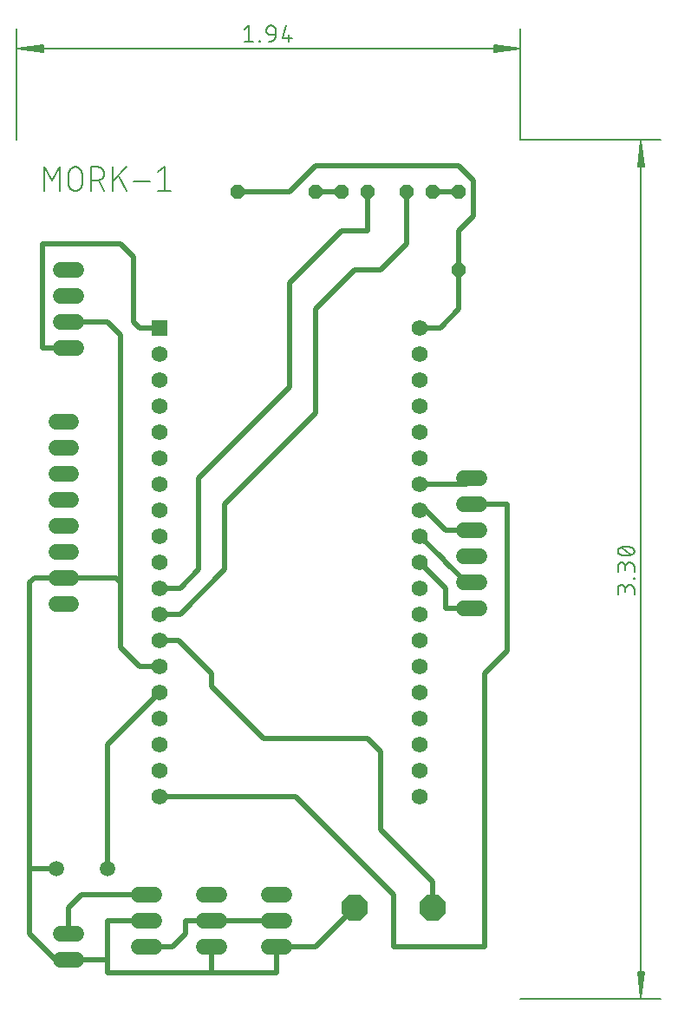
<source format=gbr>
G04 EAGLE Gerber RS-274X export*
G75*
%MOMM*%
%FSLAX34Y34*%
%LPD*%
%INTop Copper*%
%IPPOS*%
%AMOC8*
5,1,8,0,0,1.08239X$1,22.5*%
G01*
%ADD10C,0.130000*%
%ADD11C,0.152400*%
%ADD12C,0.203200*%
%ADD13R,1.560000X1.560000*%
%ADD14C,1.560000*%
%ADD15C,1.524000*%
%ADD16C,1.508000*%
%ADD17P,2.749271X8X22.500000*%
%ADD18P,1.429621X8X202.500000*%
%ADD19P,1.429621X8X22.500000*%
%ADD20P,1.429621X8X112.500000*%
%ADD21C,1.508000*%
%ADD22C,0.508000*%


D10*
X292100Y711100D02*
X292100Y819600D01*
X784100Y819600D02*
X784100Y711100D01*
X783450Y800100D02*
X292750Y800100D01*
X318100Y803292D01*
X318100Y796908D01*
X292750Y800100D01*
X318100Y801400D01*
X318100Y798800D02*
X292750Y800100D01*
X318100Y802700D01*
X318100Y797500D02*
X292750Y800100D01*
X758100Y803292D02*
X783450Y800100D01*
X758100Y803292D02*
X758100Y796908D01*
X783450Y800100D01*
X758100Y801400D01*
X758100Y798800D02*
X783450Y800100D01*
X758100Y802700D01*
X758100Y797500D02*
X783450Y800100D01*
D11*
X518564Y822863D02*
X514048Y819251D01*
X518564Y822863D02*
X518564Y806607D01*
X523079Y806607D02*
X514048Y806607D01*
X529054Y806607D02*
X529054Y807510D01*
X529957Y807510D01*
X529957Y806607D01*
X529054Y806607D01*
X539544Y813832D02*
X544963Y813832D01*
X539544Y813832D02*
X539426Y813834D01*
X539308Y813840D01*
X539190Y813849D01*
X539073Y813863D01*
X538956Y813880D01*
X538839Y813901D01*
X538724Y813926D01*
X538609Y813955D01*
X538495Y813988D01*
X538383Y814024D01*
X538272Y814064D01*
X538162Y814107D01*
X538053Y814154D01*
X537946Y814204D01*
X537841Y814259D01*
X537738Y814316D01*
X537637Y814377D01*
X537537Y814441D01*
X537440Y814508D01*
X537345Y814578D01*
X537253Y814652D01*
X537162Y814728D01*
X537075Y814808D01*
X536990Y814890D01*
X536908Y814975D01*
X536828Y815062D01*
X536752Y815153D01*
X536678Y815245D01*
X536608Y815340D01*
X536541Y815437D01*
X536477Y815537D01*
X536416Y815638D01*
X536359Y815741D01*
X536304Y815846D01*
X536254Y815953D01*
X536207Y816062D01*
X536164Y816172D01*
X536124Y816283D01*
X536088Y816395D01*
X536055Y816509D01*
X536026Y816624D01*
X536001Y816739D01*
X535980Y816856D01*
X535963Y816973D01*
X535949Y817090D01*
X535940Y817208D01*
X535934Y817326D01*
X535932Y817444D01*
X535932Y818347D01*
X535931Y818347D02*
X535933Y818480D01*
X535939Y818612D01*
X535949Y818744D01*
X535962Y818876D01*
X535980Y819008D01*
X536001Y819138D01*
X536026Y819269D01*
X536055Y819398D01*
X536088Y819526D01*
X536124Y819654D01*
X536164Y819780D01*
X536208Y819905D01*
X536256Y820029D01*
X536307Y820151D01*
X536362Y820272D01*
X536420Y820391D01*
X536482Y820509D01*
X536547Y820624D01*
X536616Y820738D01*
X536687Y820849D01*
X536763Y820958D01*
X536841Y821065D01*
X536922Y821170D01*
X537007Y821272D01*
X537094Y821372D01*
X537184Y821469D01*
X537277Y821564D01*
X537373Y821655D01*
X537471Y821744D01*
X537572Y821830D01*
X537676Y821913D01*
X537782Y821993D01*
X537890Y822069D01*
X538000Y822143D01*
X538113Y822213D01*
X538227Y822280D01*
X538344Y822343D01*
X538462Y822403D01*
X538582Y822460D01*
X538704Y822513D01*
X538827Y822562D01*
X538951Y822608D01*
X539077Y822650D01*
X539204Y822688D01*
X539332Y822723D01*
X539461Y822754D01*
X539590Y822781D01*
X539721Y822804D01*
X539852Y822824D01*
X539984Y822839D01*
X540116Y822851D01*
X540248Y822859D01*
X540381Y822863D01*
X540513Y822863D01*
X540646Y822859D01*
X540778Y822851D01*
X540910Y822839D01*
X541042Y822824D01*
X541173Y822804D01*
X541304Y822781D01*
X541433Y822754D01*
X541562Y822723D01*
X541690Y822688D01*
X541817Y822650D01*
X541943Y822608D01*
X542067Y822562D01*
X542190Y822513D01*
X542312Y822460D01*
X542432Y822403D01*
X542550Y822343D01*
X542667Y822280D01*
X542781Y822213D01*
X542894Y822143D01*
X543004Y822069D01*
X543112Y821993D01*
X543218Y821913D01*
X543322Y821830D01*
X543423Y821744D01*
X543521Y821655D01*
X543617Y821564D01*
X543710Y821469D01*
X543800Y821372D01*
X543887Y821272D01*
X543972Y821170D01*
X544053Y821065D01*
X544131Y820958D01*
X544207Y820849D01*
X544278Y820738D01*
X544347Y820624D01*
X544412Y820509D01*
X544474Y820391D01*
X544532Y820272D01*
X544587Y820151D01*
X544638Y820029D01*
X544686Y819905D01*
X544730Y819780D01*
X544770Y819654D01*
X544806Y819526D01*
X544839Y819398D01*
X544868Y819269D01*
X544893Y819138D01*
X544914Y819008D01*
X544932Y818876D01*
X544945Y818744D01*
X544955Y818612D01*
X544961Y818480D01*
X544963Y818347D01*
X544963Y813832D01*
X544961Y813657D01*
X544955Y813483D01*
X544944Y813309D01*
X544929Y813135D01*
X544910Y812961D01*
X544887Y812788D01*
X544860Y812616D01*
X544828Y812444D01*
X544793Y812273D01*
X544753Y812103D01*
X544709Y811934D01*
X544661Y811766D01*
X544609Y811599D01*
X544553Y811434D01*
X544493Y811270D01*
X544430Y811107D01*
X544362Y810947D01*
X544290Y810787D01*
X544215Y810630D01*
X544135Y810474D01*
X544052Y810321D01*
X543966Y810169D01*
X543875Y810020D01*
X543781Y809873D01*
X543684Y809728D01*
X543583Y809585D01*
X543479Y809445D01*
X543371Y809308D01*
X543260Y809173D01*
X543146Y809041D01*
X543029Y808912D01*
X542908Y808785D01*
X542785Y808662D01*
X542658Y808541D01*
X542529Y808424D01*
X542397Y808310D01*
X542262Y808199D01*
X542125Y808091D01*
X541985Y807987D01*
X541842Y807886D01*
X541697Y807789D01*
X541550Y807695D01*
X541401Y807604D01*
X541249Y807518D01*
X541096Y807435D01*
X540940Y807355D01*
X540783Y807280D01*
X540623Y807208D01*
X540463Y807140D01*
X540300Y807077D01*
X540136Y807017D01*
X539971Y806961D01*
X539804Y806909D01*
X539636Y806861D01*
X539467Y806817D01*
X539297Y806777D01*
X539126Y806742D01*
X538954Y806710D01*
X538782Y806683D01*
X538609Y806660D01*
X538435Y806641D01*
X538261Y806626D01*
X538087Y806615D01*
X537913Y806609D01*
X537738Y806607D01*
X551563Y810219D02*
X555175Y822863D01*
X551563Y810219D02*
X560594Y810219D01*
X557885Y813832D02*
X557885Y806607D01*
D10*
X784100Y711100D02*
X921200Y711100D01*
X921200Y-127000D02*
X784100Y-127000D01*
X901700Y-126350D02*
X901700Y710450D01*
X898508Y685100D01*
X904892Y685100D01*
X901700Y710450D01*
X900400Y685100D01*
X903000Y685100D02*
X901700Y710450D01*
X899100Y685100D01*
X904300Y685100D02*
X901700Y710450D01*
X898508Y-101000D02*
X901700Y-126350D01*
X898508Y-101000D02*
X904892Y-101000D01*
X901700Y-126350D01*
X900400Y-101000D01*
X903000Y-101000D02*
X901700Y-126350D01*
X899100Y-101000D01*
X904300Y-101000D02*
X901700Y-126350D01*
D11*
X895193Y267998D02*
X895193Y272514D01*
X895191Y272647D01*
X895185Y272779D01*
X895175Y272911D01*
X895162Y273043D01*
X895144Y273175D01*
X895123Y273305D01*
X895098Y273436D01*
X895069Y273565D01*
X895036Y273693D01*
X895000Y273821D01*
X894960Y273947D01*
X894916Y274072D01*
X894868Y274196D01*
X894817Y274318D01*
X894762Y274439D01*
X894704Y274558D01*
X894642Y274676D01*
X894577Y274791D01*
X894508Y274905D01*
X894437Y275016D01*
X894361Y275125D01*
X894283Y275232D01*
X894202Y275337D01*
X894117Y275439D01*
X894030Y275539D01*
X893940Y275636D01*
X893847Y275731D01*
X893751Y275822D01*
X893653Y275911D01*
X893552Y275997D01*
X893448Y276080D01*
X893342Y276160D01*
X893234Y276236D01*
X893124Y276310D01*
X893011Y276380D01*
X892897Y276447D01*
X892780Y276510D01*
X892662Y276570D01*
X892542Y276627D01*
X892420Y276680D01*
X892297Y276729D01*
X892173Y276775D01*
X892047Y276817D01*
X891920Y276855D01*
X891792Y276890D01*
X891663Y276921D01*
X891534Y276948D01*
X891403Y276971D01*
X891272Y276991D01*
X891140Y277006D01*
X891008Y277018D01*
X890876Y277026D01*
X890743Y277030D01*
X890611Y277030D01*
X890478Y277026D01*
X890346Y277018D01*
X890214Y277006D01*
X890082Y276991D01*
X889951Y276971D01*
X889820Y276948D01*
X889691Y276921D01*
X889562Y276890D01*
X889434Y276855D01*
X889307Y276817D01*
X889181Y276775D01*
X889057Y276729D01*
X888934Y276680D01*
X888812Y276627D01*
X888692Y276570D01*
X888574Y276510D01*
X888457Y276447D01*
X888343Y276380D01*
X888230Y276310D01*
X888120Y276236D01*
X888012Y276160D01*
X887906Y276080D01*
X887802Y275997D01*
X887701Y275911D01*
X887603Y275822D01*
X887507Y275731D01*
X887414Y275636D01*
X887324Y275539D01*
X887237Y275439D01*
X887152Y275337D01*
X887071Y275232D01*
X886993Y275125D01*
X886917Y275016D01*
X886846Y274905D01*
X886777Y274791D01*
X886712Y274676D01*
X886650Y274558D01*
X886592Y274439D01*
X886537Y274318D01*
X886486Y274196D01*
X886438Y274072D01*
X886394Y273947D01*
X886354Y273821D01*
X886318Y273693D01*
X886285Y273565D01*
X886256Y273436D01*
X886231Y273305D01*
X886210Y273175D01*
X886192Y273043D01*
X886179Y272911D01*
X886169Y272779D01*
X886163Y272647D01*
X886161Y272514D01*
X878937Y273417D02*
X878937Y267998D01*
X878937Y273417D02*
X878939Y273536D01*
X878945Y273656D01*
X878955Y273775D01*
X878969Y273893D01*
X878986Y274012D01*
X879008Y274129D01*
X879033Y274246D01*
X879063Y274361D01*
X879096Y274476D01*
X879133Y274590D01*
X879173Y274702D01*
X879218Y274813D01*
X879266Y274922D01*
X879317Y275030D01*
X879372Y275136D01*
X879431Y275240D01*
X879493Y275342D01*
X879558Y275442D01*
X879627Y275540D01*
X879699Y275636D01*
X879774Y275729D01*
X879851Y275819D01*
X879932Y275907D01*
X880016Y275992D01*
X880103Y276074D01*
X880192Y276154D01*
X880284Y276230D01*
X880378Y276304D01*
X880475Y276374D01*
X880573Y276441D01*
X880674Y276505D01*
X880778Y276565D01*
X880883Y276622D01*
X880990Y276675D01*
X881098Y276725D01*
X881208Y276771D01*
X881320Y276813D01*
X881433Y276852D01*
X881547Y276887D01*
X881662Y276918D01*
X881779Y276946D01*
X881896Y276969D01*
X882013Y276989D01*
X882132Y277005D01*
X882251Y277017D01*
X882370Y277025D01*
X882489Y277029D01*
X882609Y277029D01*
X882728Y277025D01*
X882847Y277017D01*
X882966Y277005D01*
X883085Y276989D01*
X883202Y276969D01*
X883319Y276946D01*
X883436Y276918D01*
X883551Y276887D01*
X883665Y276852D01*
X883778Y276813D01*
X883890Y276771D01*
X884000Y276725D01*
X884108Y276675D01*
X884215Y276622D01*
X884320Y276565D01*
X884424Y276505D01*
X884525Y276441D01*
X884623Y276374D01*
X884720Y276304D01*
X884814Y276230D01*
X884906Y276154D01*
X884995Y276074D01*
X885082Y275992D01*
X885166Y275907D01*
X885247Y275819D01*
X885324Y275729D01*
X885399Y275636D01*
X885471Y275540D01*
X885540Y275442D01*
X885605Y275342D01*
X885667Y275240D01*
X885726Y275136D01*
X885781Y275030D01*
X885832Y274922D01*
X885880Y274813D01*
X885925Y274702D01*
X885965Y274590D01*
X886002Y274476D01*
X886035Y274361D01*
X886065Y274246D01*
X886090Y274129D01*
X886112Y274012D01*
X886129Y273893D01*
X886143Y273775D01*
X886153Y273656D01*
X886159Y273536D01*
X886161Y273417D01*
X886162Y273417D02*
X886162Y269804D01*
X894290Y283004D02*
X895193Y283004D01*
X894290Y283004D02*
X894290Y283907D01*
X895193Y283907D01*
X895193Y283004D01*
X895193Y289882D02*
X895193Y294397D01*
X895191Y294530D01*
X895185Y294662D01*
X895175Y294794D01*
X895162Y294926D01*
X895144Y295058D01*
X895123Y295188D01*
X895098Y295319D01*
X895069Y295448D01*
X895036Y295576D01*
X895000Y295704D01*
X894960Y295830D01*
X894916Y295955D01*
X894868Y296079D01*
X894817Y296201D01*
X894762Y296322D01*
X894704Y296441D01*
X894642Y296559D01*
X894577Y296674D01*
X894508Y296788D01*
X894437Y296899D01*
X894361Y297008D01*
X894283Y297115D01*
X894202Y297220D01*
X894117Y297322D01*
X894030Y297422D01*
X893940Y297519D01*
X893847Y297614D01*
X893751Y297705D01*
X893653Y297794D01*
X893552Y297880D01*
X893448Y297963D01*
X893342Y298043D01*
X893234Y298119D01*
X893124Y298193D01*
X893011Y298263D01*
X892897Y298330D01*
X892780Y298393D01*
X892662Y298453D01*
X892542Y298510D01*
X892420Y298563D01*
X892297Y298612D01*
X892173Y298658D01*
X892047Y298700D01*
X891920Y298738D01*
X891792Y298773D01*
X891663Y298804D01*
X891534Y298831D01*
X891403Y298854D01*
X891272Y298874D01*
X891140Y298889D01*
X891008Y298901D01*
X890876Y298909D01*
X890743Y298913D01*
X890611Y298913D01*
X890478Y298909D01*
X890346Y298901D01*
X890214Y298889D01*
X890082Y298874D01*
X889951Y298854D01*
X889820Y298831D01*
X889691Y298804D01*
X889562Y298773D01*
X889434Y298738D01*
X889307Y298700D01*
X889181Y298658D01*
X889057Y298612D01*
X888934Y298563D01*
X888812Y298510D01*
X888692Y298453D01*
X888574Y298393D01*
X888457Y298330D01*
X888343Y298263D01*
X888230Y298193D01*
X888120Y298119D01*
X888012Y298043D01*
X887906Y297963D01*
X887802Y297880D01*
X887701Y297794D01*
X887603Y297705D01*
X887507Y297614D01*
X887414Y297519D01*
X887324Y297422D01*
X887237Y297322D01*
X887152Y297220D01*
X887071Y297115D01*
X886993Y297008D01*
X886917Y296899D01*
X886846Y296788D01*
X886777Y296674D01*
X886712Y296559D01*
X886650Y296441D01*
X886592Y296322D01*
X886537Y296201D01*
X886486Y296079D01*
X886438Y295955D01*
X886394Y295830D01*
X886354Y295704D01*
X886318Y295576D01*
X886285Y295448D01*
X886256Y295319D01*
X886231Y295188D01*
X886210Y295058D01*
X886192Y294926D01*
X886179Y294794D01*
X886169Y294662D01*
X886163Y294530D01*
X886161Y294397D01*
X878937Y295300D02*
X878937Y289882D01*
X878937Y295300D02*
X878939Y295419D01*
X878945Y295539D01*
X878955Y295658D01*
X878969Y295776D01*
X878986Y295895D01*
X879008Y296012D01*
X879033Y296129D01*
X879063Y296244D01*
X879096Y296359D01*
X879133Y296473D01*
X879173Y296585D01*
X879218Y296696D01*
X879266Y296805D01*
X879317Y296913D01*
X879372Y297019D01*
X879431Y297123D01*
X879493Y297225D01*
X879558Y297325D01*
X879627Y297423D01*
X879699Y297519D01*
X879774Y297612D01*
X879851Y297702D01*
X879932Y297790D01*
X880016Y297875D01*
X880103Y297957D01*
X880192Y298037D01*
X880284Y298113D01*
X880378Y298187D01*
X880475Y298257D01*
X880573Y298324D01*
X880674Y298388D01*
X880778Y298448D01*
X880883Y298505D01*
X880990Y298558D01*
X881098Y298608D01*
X881208Y298654D01*
X881320Y298696D01*
X881433Y298735D01*
X881547Y298770D01*
X881662Y298801D01*
X881779Y298829D01*
X881896Y298852D01*
X882013Y298872D01*
X882132Y298888D01*
X882251Y298900D01*
X882370Y298908D01*
X882489Y298912D01*
X882609Y298912D01*
X882728Y298908D01*
X882847Y298900D01*
X882966Y298888D01*
X883085Y298872D01*
X883202Y298852D01*
X883319Y298829D01*
X883436Y298801D01*
X883551Y298770D01*
X883665Y298735D01*
X883778Y298696D01*
X883890Y298654D01*
X884000Y298608D01*
X884108Y298558D01*
X884215Y298505D01*
X884320Y298448D01*
X884424Y298388D01*
X884525Y298324D01*
X884623Y298257D01*
X884720Y298187D01*
X884814Y298113D01*
X884906Y298037D01*
X884995Y297957D01*
X885082Y297875D01*
X885166Y297790D01*
X885247Y297702D01*
X885324Y297612D01*
X885399Y297519D01*
X885471Y297423D01*
X885540Y297325D01*
X885605Y297225D01*
X885667Y297123D01*
X885726Y297019D01*
X885781Y296913D01*
X885832Y296805D01*
X885880Y296696D01*
X885925Y296585D01*
X885965Y296473D01*
X886002Y296359D01*
X886035Y296244D01*
X886065Y296129D01*
X886090Y296012D01*
X886112Y295895D01*
X886129Y295776D01*
X886143Y295658D01*
X886153Y295539D01*
X886159Y295419D01*
X886161Y295300D01*
X886162Y295300D02*
X886162Y291688D01*
X887065Y305513D02*
X886745Y305517D01*
X886426Y305528D01*
X886106Y305547D01*
X885788Y305574D01*
X885470Y305608D01*
X885153Y305650D01*
X884837Y305700D01*
X884522Y305757D01*
X884209Y305821D01*
X883897Y305893D01*
X883587Y305972D01*
X883280Y306059D01*
X882974Y306153D01*
X882671Y306254D01*
X882370Y306363D01*
X882072Y306478D01*
X881776Y306601D01*
X881484Y306731D01*
X881195Y306868D01*
X881194Y306869D02*
X881086Y306908D01*
X880979Y306951D01*
X880874Y306997D01*
X880771Y307047D01*
X880669Y307101D01*
X880569Y307158D01*
X880471Y307219D01*
X880375Y307283D01*
X880282Y307350D01*
X880191Y307420D01*
X880102Y307494D01*
X880016Y307570D01*
X879933Y307650D01*
X879852Y307732D01*
X879774Y307817D01*
X879700Y307904D01*
X879628Y307995D01*
X879559Y308087D01*
X879494Y308182D01*
X879432Y308279D01*
X879373Y308378D01*
X879318Y308479D01*
X879267Y308582D01*
X879219Y308687D01*
X879174Y308793D01*
X879133Y308900D01*
X879096Y309009D01*
X879063Y309120D01*
X879034Y309231D01*
X879008Y309343D01*
X878986Y309456D01*
X878969Y309570D01*
X878955Y309684D01*
X878945Y309799D01*
X878939Y309914D01*
X878937Y310029D01*
X878939Y310144D01*
X878945Y310259D01*
X878955Y310374D01*
X878969Y310488D01*
X878986Y310602D01*
X879008Y310715D01*
X879034Y310827D01*
X879063Y310939D01*
X879096Y311049D01*
X879133Y311158D01*
X879174Y311266D01*
X879219Y311372D01*
X879267Y311477D01*
X879318Y311579D01*
X879374Y311681D01*
X879432Y311780D01*
X879494Y311877D01*
X879560Y311972D01*
X879628Y312064D01*
X879700Y312154D01*
X879774Y312242D01*
X879852Y312327D01*
X879933Y312409D01*
X880016Y312488D01*
X880102Y312565D01*
X880191Y312638D01*
X880282Y312709D01*
X880376Y312776D01*
X880471Y312840D01*
X880569Y312901D01*
X880669Y312958D01*
X880771Y313011D01*
X880875Y313062D01*
X880980Y313108D01*
X881087Y313151D01*
X881195Y313190D01*
X881195Y313189D02*
X881484Y313326D01*
X881776Y313456D01*
X882072Y313579D01*
X882370Y313694D01*
X882671Y313803D01*
X882974Y313904D01*
X883280Y313998D01*
X883587Y314085D01*
X883897Y314164D01*
X884209Y314236D01*
X884522Y314300D01*
X884837Y314357D01*
X885153Y314407D01*
X885470Y314449D01*
X885788Y314483D01*
X886106Y314510D01*
X886426Y314529D01*
X886745Y314540D01*
X887065Y314544D01*
X887065Y305513D02*
X887385Y305517D01*
X887704Y305528D01*
X888024Y305547D01*
X888342Y305574D01*
X888660Y305608D01*
X888977Y305650D01*
X889293Y305700D01*
X889608Y305757D01*
X889921Y305821D01*
X890233Y305893D01*
X890543Y305972D01*
X890850Y306059D01*
X891156Y306153D01*
X891459Y306254D01*
X891760Y306363D01*
X892058Y306478D01*
X892354Y306601D01*
X892646Y306731D01*
X892935Y306868D01*
X892936Y306868D02*
X893044Y306907D01*
X893151Y306950D01*
X893256Y306996D01*
X893360Y307047D01*
X893462Y307100D01*
X893562Y307157D01*
X893660Y307218D01*
X893755Y307282D01*
X893849Y307349D01*
X893940Y307420D01*
X894029Y307493D01*
X894115Y307570D01*
X894198Y307649D01*
X894279Y307731D01*
X894357Y307816D01*
X894431Y307904D01*
X894503Y307994D01*
X894572Y308087D01*
X894637Y308181D01*
X894699Y308278D01*
X894757Y308378D01*
X894813Y308479D01*
X894864Y308581D01*
X894912Y308686D01*
X894957Y308792D01*
X894998Y308900D01*
X895035Y309009D01*
X895068Y309119D01*
X895097Y309231D01*
X895123Y309343D01*
X895145Y309456D01*
X895162Y309570D01*
X895176Y309684D01*
X895186Y309799D01*
X895192Y309914D01*
X895194Y310029D01*
X892935Y313189D02*
X892646Y313326D01*
X892354Y313456D01*
X892058Y313579D01*
X891760Y313694D01*
X891459Y313803D01*
X891156Y313904D01*
X890850Y313998D01*
X890543Y314085D01*
X890233Y314164D01*
X889921Y314236D01*
X889608Y314300D01*
X889293Y314357D01*
X888977Y314407D01*
X888660Y314449D01*
X888342Y314483D01*
X888024Y314510D01*
X887704Y314529D01*
X887385Y314540D01*
X887065Y314544D01*
X892935Y313190D02*
X893043Y313151D01*
X893150Y313108D01*
X893255Y313062D01*
X893359Y313011D01*
X893461Y312958D01*
X893561Y312901D01*
X893659Y312840D01*
X893754Y312776D01*
X893848Y312709D01*
X893939Y312638D01*
X894028Y312565D01*
X894114Y312488D01*
X894197Y312409D01*
X894278Y312327D01*
X894356Y312242D01*
X894430Y312154D01*
X894502Y312064D01*
X894571Y311971D01*
X894636Y311877D01*
X894698Y311780D01*
X894756Y311680D01*
X894812Y311579D01*
X894863Y311476D01*
X894911Y311372D01*
X894956Y311266D01*
X894997Y311158D01*
X895034Y311049D01*
X895067Y310939D01*
X895096Y310827D01*
X895122Y310715D01*
X895144Y310602D01*
X895161Y310488D01*
X895175Y310374D01*
X895185Y310259D01*
X895191Y310144D01*
X895193Y310029D01*
X891581Y306416D02*
X882549Y313641D01*
D12*
X318516Y661416D02*
X318516Y684784D01*
X326305Y671802D01*
X334095Y684784D01*
X334095Y661416D01*
X342781Y667907D02*
X342781Y678293D01*
X342783Y678452D01*
X342789Y678611D01*
X342799Y678771D01*
X342812Y678929D01*
X342830Y679088D01*
X342851Y679245D01*
X342877Y679403D01*
X342906Y679559D01*
X342939Y679715D01*
X342976Y679870D01*
X343016Y680024D01*
X343061Y680177D01*
X343109Y680329D01*
X343160Y680480D01*
X343216Y680629D01*
X343275Y680777D01*
X343338Y680923D01*
X343404Y681068D01*
X343474Y681211D01*
X343547Y681353D01*
X343624Y681492D01*
X343704Y681630D01*
X343788Y681766D01*
X343875Y681899D01*
X343965Y682031D01*
X344058Y682160D01*
X344155Y682286D01*
X344254Y682411D01*
X344357Y682533D01*
X344462Y682652D01*
X344571Y682769D01*
X344682Y682883D01*
X344796Y682994D01*
X344913Y683103D01*
X345032Y683208D01*
X345154Y683311D01*
X345279Y683410D01*
X345405Y683507D01*
X345534Y683600D01*
X345666Y683690D01*
X345799Y683777D01*
X345935Y683861D01*
X346073Y683941D01*
X346212Y684018D01*
X346354Y684091D01*
X346497Y684161D01*
X346642Y684227D01*
X346788Y684290D01*
X346936Y684349D01*
X347085Y684405D01*
X347236Y684456D01*
X347388Y684504D01*
X347541Y684549D01*
X347695Y684589D01*
X347850Y684626D01*
X348006Y684659D01*
X348162Y684688D01*
X348320Y684714D01*
X348477Y684735D01*
X348636Y684753D01*
X348794Y684766D01*
X348954Y684776D01*
X349113Y684782D01*
X349272Y684784D01*
X349431Y684782D01*
X349590Y684776D01*
X349750Y684766D01*
X349908Y684753D01*
X350067Y684735D01*
X350224Y684714D01*
X350382Y684688D01*
X350538Y684659D01*
X350694Y684626D01*
X350849Y684589D01*
X351003Y684549D01*
X351156Y684504D01*
X351308Y684456D01*
X351459Y684405D01*
X351608Y684349D01*
X351756Y684290D01*
X351902Y684227D01*
X352047Y684161D01*
X352190Y684091D01*
X352332Y684018D01*
X352471Y683941D01*
X352609Y683861D01*
X352745Y683777D01*
X352878Y683690D01*
X353010Y683600D01*
X353139Y683507D01*
X353265Y683410D01*
X353390Y683311D01*
X353512Y683208D01*
X353631Y683103D01*
X353748Y682994D01*
X353862Y682883D01*
X353973Y682769D01*
X354082Y682652D01*
X354187Y682533D01*
X354290Y682411D01*
X354389Y682286D01*
X354486Y682160D01*
X354579Y682031D01*
X354669Y681899D01*
X354756Y681766D01*
X354840Y681630D01*
X354920Y681492D01*
X354997Y681353D01*
X355070Y681211D01*
X355140Y681068D01*
X355206Y680923D01*
X355269Y680777D01*
X355328Y680629D01*
X355384Y680480D01*
X355435Y680329D01*
X355483Y680177D01*
X355528Y680024D01*
X355568Y679870D01*
X355605Y679715D01*
X355638Y679559D01*
X355667Y679403D01*
X355693Y679245D01*
X355714Y679088D01*
X355732Y678929D01*
X355745Y678771D01*
X355755Y678611D01*
X355761Y678452D01*
X355763Y678293D01*
X355763Y667907D01*
X355761Y667748D01*
X355755Y667589D01*
X355745Y667429D01*
X355732Y667271D01*
X355714Y667112D01*
X355693Y666955D01*
X355667Y666797D01*
X355638Y666641D01*
X355605Y666485D01*
X355568Y666330D01*
X355528Y666176D01*
X355483Y666023D01*
X355435Y665871D01*
X355384Y665720D01*
X355328Y665571D01*
X355269Y665423D01*
X355206Y665277D01*
X355140Y665132D01*
X355070Y664989D01*
X354997Y664847D01*
X354920Y664708D01*
X354840Y664570D01*
X354756Y664434D01*
X354669Y664301D01*
X354579Y664169D01*
X354486Y664040D01*
X354389Y663914D01*
X354290Y663789D01*
X354187Y663667D01*
X354082Y663548D01*
X353973Y663431D01*
X353862Y663317D01*
X353748Y663206D01*
X353631Y663097D01*
X353512Y662992D01*
X353390Y662889D01*
X353265Y662790D01*
X353139Y662693D01*
X353010Y662600D01*
X352878Y662510D01*
X352745Y662423D01*
X352609Y662339D01*
X352471Y662259D01*
X352332Y662182D01*
X352190Y662109D01*
X352047Y662039D01*
X351902Y661973D01*
X351756Y661910D01*
X351608Y661851D01*
X351459Y661795D01*
X351308Y661744D01*
X351156Y661696D01*
X351003Y661651D01*
X350849Y661611D01*
X350694Y661574D01*
X350538Y661541D01*
X350382Y661512D01*
X350224Y661486D01*
X350067Y661465D01*
X349908Y661447D01*
X349750Y661434D01*
X349590Y661424D01*
X349431Y661418D01*
X349272Y661416D01*
X349113Y661418D01*
X348954Y661424D01*
X348794Y661434D01*
X348636Y661447D01*
X348477Y661465D01*
X348320Y661486D01*
X348162Y661512D01*
X348006Y661541D01*
X347850Y661574D01*
X347695Y661611D01*
X347541Y661651D01*
X347388Y661696D01*
X347236Y661744D01*
X347085Y661795D01*
X346936Y661851D01*
X346788Y661910D01*
X346642Y661973D01*
X346497Y662039D01*
X346354Y662109D01*
X346212Y662182D01*
X346073Y662259D01*
X345935Y662339D01*
X345799Y662423D01*
X345666Y662510D01*
X345534Y662600D01*
X345405Y662693D01*
X345279Y662790D01*
X345154Y662889D01*
X345032Y662992D01*
X344913Y663097D01*
X344796Y663206D01*
X344682Y663317D01*
X344571Y663431D01*
X344462Y663548D01*
X344357Y663667D01*
X344254Y663789D01*
X344155Y663914D01*
X344058Y664040D01*
X343965Y664169D01*
X343875Y664301D01*
X343788Y664434D01*
X343704Y664570D01*
X343624Y664708D01*
X343547Y664847D01*
X343474Y664989D01*
X343404Y665132D01*
X343338Y665277D01*
X343275Y665423D01*
X343216Y665571D01*
X343160Y665720D01*
X343109Y665871D01*
X343061Y666023D01*
X343016Y666176D01*
X342976Y666330D01*
X342939Y666485D01*
X342906Y666641D01*
X342877Y666797D01*
X342851Y666955D01*
X342830Y667112D01*
X342812Y667271D01*
X342799Y667429D01*
X342789Y667589D01*
X342783Y667748D01*
X342781Y667907D01*
X364419Y661416D02*
X364419Y684784D01*
X370910Y684784D01*
X371069Y684782D01*
X371228Y684776D01*
X371388Y684766D01*
X371546Y684753D01*
X371705Y684735D01*
X371862Y684714D01*
X372020Y684688D01*
X372176Y684659D01*
X372332Y684626D01*
X372487Y684589D01*
X372641Y684549D01*
X372794Y684504D01*
X372946Y684456D01*
X373097Y684405D01*
X373246Y684349D01*
X373394Y684290D01*
X373540Y684227D01*
X373685Y684161D01*
X373828Y684091D01*
X373970Y684018D01*
X374109Y683941D01*
X374247Y683861D01*
X374383Y683777D01*
X374516Y683690D01*
X374648Y683600D01*
X374777Y683507D01*
X374903Y683410D01*
X375028Y683311D01*
X375150Y683208D01*
X375269Y683103D01*
X375386Y682994D01*
X375500Y682883D01*
X375611Y682769D01*
X375720Y682652D01*
X375825Y682533D01*
X375928Y682411D01*
X376027Y682286D01*
X376124Y682160D01*
X376217Y682031D01*
X376307Y681899D01*
X376394Y681766D01*
X376478Y681630D01*
X376558Y681492D01*
X376635Y681353D01*
X376708Y681211D01*
X376778Y681068D01*
X376844Y680923D01*
X376907Y680777D01*
X376966Y680629D01*
X377022Y680480D01*
X377073Y680329D01*
X377121Y680177D01*
X377166Y680024D01*
X377206Y679870D01*
X377243Y679715D01*
X377276Y679559D01*
X377305Y679403D01*
X377331Y679245D01*
X377352Y679088D01*
X377370Y678929D01*
X377383Y678771D01*
X377393Y678611D01*
X377399Y678452D01*
X377401Y678293D01*
X377399Y678134D01*
X377393Y677975D01*
X377383Y677815D01*
X377370Y677657D01*
X377352Y677498D01*
X377331Y677341D01*
X377305Y677183D01*
X377276Y677027D01*
X377243Y676871D01*
X377206Y676716D01*
X377166Y676562D01*
X377121Y676409D01*
X377073Y676257D01*
X377022Y676106D01*
X376966Y675957D01*
X376907Y675809D01*
X376844Y675663D01*
X376778Y675518D01*
X376708Y675375D01*
X376635Y675233D01*
X376558Y675094D01*
X376478Y674956D01*
X376394Y674820D01*
X376307Y674687D01*
X376217Y674555D01*
X376124Y674426D01*
X376027Y674300D01*
X375928Y674175D01*
X375825Y674053D01*
X375720Y673934D01*
X375611Y673817D01*
X375500Y673703D01*
X375386Y673592D01*
X375269Y673483D01*
X375150Y673378D01*
X375028Y673275D01*
X374903Y673176D01*
X374777Y673079D01*
X374648Y672986D01*
X374516Y672896D01*
X374383Y672809D01*
X374247Y672725D01*
X374109Y672645D01*
X373970Y672568D01*
X373828Y672495D01*
X373685Y672425D01*
X373540Y672359D01*
X373394Y672296D01*
X373246Y672237D01*
X373097Y672181D01*
X372946Y672130D01*
X372794Y672082D01*
X372641Y672037D01*
X372487Y671997D01*
X372332Y671960D01*
X372176Y671927D01*
X372020Y671898D01*
X371862Y671872D01*
X371705Y671851D01*
X371546Y671833D01*
X371388Y671820D01*
X371228Y671810D01*
X371069Y671804D01*
X370910Y671802D01*
X364419Y671802D01*
X372209Y671802D02*
X377402Y661416D01*
X386078Y661416D02*
X386078Y684784D01*
X399060Y684784D02*
X386078Y670504D01*
X391271Y675696D02*
X399060Y661416D01*
X406207Y670504D02*
X421785Y670504D01*
X429776Y679591D02*
X436267Y684784D01*
X436267Y661416D01*
X429776Y661416D02*
X442758Y661416D01*
D13*
X431800Y527800D03*
D14*
X431800Y502400D03*
X431800Y70600D03*
X431800Y477000D03*
X431800Y451600D03*
X431800Y426200D03*
X431800Y400800D03*
X431800Y375400D03*
X431800Y350000D03*
X431800Y324600D03*
X431800Y299200D03*
X431800Y273800D03*
X431800Y248400D03*
X431800Y223000D03*
X431800Y197600D03*
X431800Y172200D03*
X431800Y146800D03*
X431800Y121400D03*
X431800Y96000D03*
X685800Y527800D03*
X685800Y502400D03*
X685800Y477000D03*
X685800Y451600D03*
X685800Y426200D03*
X685800Y400800D03*
X685800Y375400D03*
X685800Y350000D03*
X685800Y324600D03*
X685800Y299200D03*
X685800Y273800D03*
X685800Y248400D03*
X685800Y223000D03*
X685800Y197600D03*
X685800Y172200D03*
X685800Y146800D03*
X685800Y121400D03*
X685800Y96000D03*
X685800Y70600D03*
D15*
X350520Y584200D02*
X335280Y584200D01*
X335280Y558800D02*
X350520Y558800D01*
X350520Y533400D02*
X335280Y533400D01*
X335280Y508000D02*
X350520Y508000D01*
D16*
X345440Y385760D02*
X330360Y385760D01*
X330360Y360360D02*
X345440Y360360D01*
X345440Y334960D02*
X330360Y334960D01*
X330360Y309560D02*
X345440Y309560D01*
X345440Y284160D02*
X330360Y284160D01*
X330360Y258760D02*
X345440Y258760D01*
X345440Y411160D02*
X330360Y411160D01*
X330360Y436560D02*
X345440Y436560D01*
D15*
X728980Y381000D02*
X744220Y381000D01*
X744220Y355600D02*
X728980Y355600D01*
X728980Y330200D02*
X744220Y330200D01*
X744220Y304800D02*
X728980Y304800D01*
X728980Y279400D02*
X744220Y279400D01*
X744220Y254000D02*
X728980Y254000D01*
D17*
X622300Y-38100D03*
X698500Y-38100D03*
D18*
X635000Y660400D03*
X609600Y660400D03*
D19*
X673100Y660400D03*
X698500Y660400D03*
D20*
X723900Y584200D03*
X723900Y660400D03*
D19*
X508000Y660400D03*
X584200Y660400D03*
D21*
X380600Y0D03*
X330600Y0D03*
D15*
X335280Y-88900D02*
X350520Y-88900D01*
X350520Y-63500D02*
X335280Y-63500D01*
X411480Y-25400D02*
X426720Y-25400D01*
X426720Y-50800D02*
X411480Y-50800D01*
X411480Y-76200D02*
X426720Y-76200D01*
X474980Y-25400D02*
X490220Y-25400D01*
X490220Y-50800D02*
X474980Y-50800D01*
X474980Y-76200D02*
X490220Y-76200D01*
X538480Y-25400D02*
X553720Y-25400D01*
X553720Y-50800D02*
X538480Y-50800D01*
X538480Y-76200D02*
X553720Y-76200D01*
D22*
X381000Y-88900D02*
X342900Y-88900D01*
X381000Y-88900D02*
X381000Y-101600D01*
X482600Y-101600D01*
X482600Y-76200D01*
X482600Y-101600D02*
X546100Y-101600D01*
X546100Y-76200D01*
X584200Y-76200D01*
X622300Y-38100D01*
X388940Y284160D02*
X337900Y284160D01*
X388940Y284160D02*
X393700Y279400D01*
X381000Y533400D02*
X342900Y533400D01*
X381000Y533400D02*
X393700Y520700D01*
X393700Y279400D01*
X337900Y284160D02*
X309560Y284160D01*
X304800Y279400D01*
X304800Y0D01*
X330600Y0D01*
X304800Y-63500D02*
X330200Y-88900D01*
X342900Y-88900D01*
X304800Y-63500D02*
X304800Y0D01*
X381000Y-50800D02*
X381000Y-88900D01*
X381000Y-50800D02*
X419100Y-50800D01*
X393700Y215900D02*
X393700Y279400D01*
X393700Y215900D02*
X412000Y197600D01*
X431800Y197600D01*
X342900Y-38100D02*
X342900Y-63500D01*
X342900Y-38100D02*
X355600Y-25400D01*
X419100Y-25400D01*
X419100Y-76200D02*
X444500Y-76200D01*
X457200Y-63500D01*
X457200Y-50800D01*
X482600Y-50800D01*
X546100Y-50800D01*
X450100Y223000D02*
X431800Y223000D01*
X450100Y223000D02*
X482600Y190500D01*
X482600Y177800D01*
X533400Y127000D01*
X635000Y127000D01*
X647700Y114300D01*
X647700Y38100D01*
X698500Y-12700D01*
X698500Y-38100D01*
X564400Y70600D02*
X431800Y70600D01*
X660400Y-25400D02*
X660400Y-76200D01*
X749300Y-76200D01*
X749300Y190500D01*
X564400Y70600D02*
X660400Y-25400D01*
X771400Y212600D02*
X771400Y355600D01*
X736600Y355600D01*
X771400Y212600D02*
X749300Y190500D01*
X342900Y508000D02*
X317500Y508000D01*
X317500Y609600D01*
X393700Y609600D01*
X406400Y596900D01*
X406400Y533400D01*
X412000Y527800D01*
X431800Y527800D01*
X380600Y121000D02*
X380600Y0D01*
X380600Y121000D02*
X431800Y172200D01*
X698500Y660400D02*
X723900Y660400D01*
X609600Y660400D02*
X584200Y660400D01*
X685800Y527800D02*
X705600Y527800D01*
X723900Y546100D02*
X723900Y584200D01*
X723900Y546100D02*
X705600Y527800D01*
X558800Y660400D02*
X584200Y685800D01*
X558800Y660400D02*
X508000Y660400D01*
X738124Y671576D02*
X738124Y636524D01*
X723900Y622300D01*
X723900Y584200D01*
X723900Y685800D02*
X584200Y685800D01*
X723900Y685800D02*
X738124Y671576D01*
X451600Y273800D02*
X431800Y273800D01*
X451600Y273800D02*
X469900Y292100D01*
X469900Y381000D01*
X558800Y469900D01*
X558800Y571500D01*
X609600Y622300D01*
X635000Y622300D01*
X635000Y660400D01*
X451600Y248400D02*
X431800Y248400D01*
X495300Y292100D02*
X495300Y355600D01*
X584200Y444500D02*
X584200Y546100D01*
X622300Y584200D01*
X647700Y584200D01*
X673100Y609600D01*
X673100Y660400D01*
X495300Y292100D02*
X451600Y248400D01*
X495300Y355600D02*
X584200Y444500D01*
X685800Y350000D02*
X691400Y350000D01*
X711200Y330200D01*
X736600Y330200D01*
X708400Y302000D02*
X685800Y324600D01*
X708400Y302000D02*
X711200Y299200D01*
X731000Y279400D01*
X736600Y279400D01*
X711200Y273800D02*
X685800Y299200D01*
X711200Y273800D02*
X711200Y254000D01*
X736600Y254000D01*
X731000Y375400D02*
X685800Y375400D01*
X731000Y375400D02*
X736600Y381000D01*
M02*

</source>
